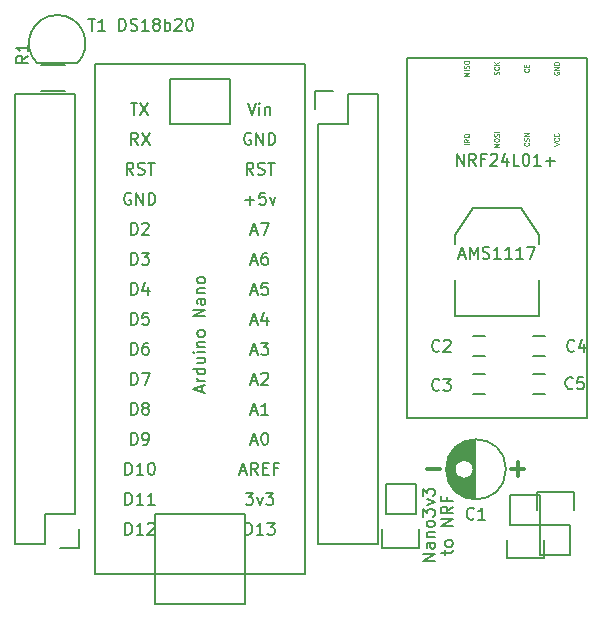
<source format=gto>
G04 #@! TF.FileFunction,Legend,Top*
%FSLAX46Y46*%
G04 Gerber Fmt 4.6, Leading zero omitted, Abs format (unit mm)*
G04 Created by KiCad (PCBNEW 4.0.2-stable) date 23-Jul-16 5:25:39 PM*
%MOMM*%
G01*
G04 APERTURE LIST*
%ADD10C,0.100000*%
%ADD11C,0.127000*%
%ADD12C,0.300000*%
%ADD13C,0.150000*%
G04 APERTURE END LIST*
D10*
D11*
X168467919Y-133452809D02*
X167451919Y-133452809D01*
X168467919Y-132872238D01*
X167451919Y-132872238D01*
X168467919Y-131953000D02*
X167935729Y-131953000D01*
X167838967Y-132001381D01*
X167790586Y-132098143D01*
X167790586Y-132291666D01*
X167838967Y-132388428D01*
X168419538Y-131953000D02*
X168467919Y-132049762D01*
X168467919Y-132291666D01*
X168419538Y-132388428D01*
X168322776Y-132436809D01*
X168226014Y-132436809D01*
X168129252Y-132388428D01*
X168080871Y-132291666D01*
X168080871Y-132049762D01*
X168032490Y-131953000D01*
X167790586Y-131469190D02*
X168467919Y-131469190D01*
X167887348Y-131469190D02*
X167838967Y-131420809D01*
X167790586Y-131324047D01*
X167790586Y-131178905D01*
X167838967Y-131082143D01*
X167935729Y-131033762D01*
X168467919Y-131033762D01*
X168467919Y-130404809D02*
X168419538Y-130501571D01*
X168371157Y-130549952D01*
X168274395Y-130598333D01*
X167984110Y-130598333D01*
X167887348Y-130549952D01*
X167838967Y-130501571D01*
X167790586Y-130404809D01*
X167790586Y-130259667D01*
X167838967Y-130162905D01*
X167887348Y-130114524D01*
X167984110Y-130066143D01*
X168274395Y-130066143D01*
X168371157Y-130114524D01*
X168419538Y-130162905D01*
X168467919Y-130259667D01*
X168467919Y-130404809D01*
X167451919Y-129727476D02*
X167451919Y-129098524D01*
X167838967Y-129437190D01*
X167838967Y-129292048D01*
X167887348Y-129195286D01*
X167935729Y-129146905D01*
X168032490Y-129098524D01*
X168274395Y-129098524D01*
X168371157Y-129146905D01*
X168419538Y-129195286D01*
X168467919Y-129292048D01*
X168467919Y-129582333D01*
X168419538Y-129679095D01*
X168371157Y-129727476D01*
X167790586Y-128759857D02*
X168467919Y-128517952D01*
X167790586Y-128276048D01*
X167451919Y-127985762D02*
X167451919Y-127356810D01*
X167838967Y-127695476D01*
X167838967Y-127550334D01*
X167887348Y-127453572D01*
X167935729Y-127405191D01*
X168032490Y-127356810D01*
X168274395Y-127356810D01*
X168371157Y-127405191D01*
X168419538Y-127453572D01*
X168467919Y-127550334D01*
X168467919Y-127840619D01*
X168419538Y-127937381D01*
X168371157Y-127985762D01*
X169339986Y-132944809D02*
X169339986Y-132557761D01*
X169001319Y-132799666D02*
X169872176Y-132799666D01*
X169968938Y-132751285D01*
X170017319Y-132654523D01*
X170017319Y-132557761D01*
X170017319Y-132073952D02*
X169968938Y-132170714D01*
X169920557Y-132219095D01*
X169823795Y-132267476D01*
X169533510Y-132267476D01*
X169436748Y-132219095D01*
X169388367Y-132170714D01*
X169339986Y-132073952D01*
X169339986Y-131928810D01*
X169388367Y-131832048D01*
X169436748Y-131783667D01*
X169533510Y-131735286D01*
X169823795Y-131735286D01*
X169920557Y-131783667D01*
X169968938Y-131832048D01*
X170017319Y-131928810D01*
X170017319Y-132073952D01*
X170017319Y-130525762D02*
X169001319Y-130525762D01*
X170017319Y-129945191D01*
X169001319Y-129945191D01*
X170017319Y-128880810D02*
X169533510Y-129219476D01*
X170017319Y-129461381D02*
X169001319Y-129461381D01*
X169001319Y-129074334D01*
X169049700Y-128977572D01*
X169098081Y-128929191D01*
X169194843Y-128880810D01*
X169339986Y-128880810D01*
X169436748Y-128929191D01*
X169485129Y-128977572D01*
X169533510Y-129074334D01*
X169533510Y-129461381D01*
X169485129Y-128106715D02*
X169485129Y-128445381D01*
X170017319Y-128445381D02*
X169001319Y-128445381D01*
X169001319Y-127961572D01*
D12*
X174942572Y-125710143D02*
X176085429Y-125710143D01*
X175514000Y-126281571D02*
X175514000Y-125138714D01*
X167830572Y-125710143D02*
X168973429Y-125710143D01*
D13*
X181356000Y-90932000D02*
X166116000Y-90932000D01*
X166116000Y-90932000D02*
X166116000Y-121412000D01*
X166116000Y-121412000D02*
X181356000Y-121412000D01*
X181356000Y-121412000D02*
X181356000Y-90932000D01*
X171899000Y-128229000D02*
X171899000Y-123231000D01*
X171759000Y-128221000D02*
X171759000Y-125884000D01*
X171759000Y-125576000D02*
X171759000Y-123239000D01*
X171619000Y-128205000D02*
X171619000Y-126203000D01*
X171619000Y-125257000D02*
X171619000Y-123255000D01*
X171479000Y-128181000D02*
X171479000Y-126350000D01*
X171479000Y-125110000D02*
X171479000Y-123279000D01*
X171339000Y-128148000D02*
X171339000Y-126442000D01*
X171339000Y-125018000D02*
X171339000Y-123312000D01*
X171199000Y-128107000D02*
X171199000Y-126498000D01*
X171199000Y-124962000D02*
X171199000Y-123353000D01*
X171059000Y-128057000D02*
X171059000Y-126525000D01*
X171059000Y-124935000D02*
X171059000Y-123403000D01*
X170919000Y-127996000D02*
X170919000Y-126528000D01*
X170919000Y-124932000D02*
X170919000Y-123464000D01*
X170779000Y-127926000D02*
X170779000Y-126506000D01*
X170779000Y-124954000D02*
X170779000Y-123534000D01*
X170639000Y-127844000D02*
X170639000Y-126456000D01*
X170639000Y-125004000D02*
X170639000Y-123616000D01*
X170499000Y-127749000D02*
X170499000Y-126374000D01*
X170499000Y-125086000D02*
X170499000Y-123711000D01*
X170359000Y-127638000D02*
X170359000Y-126242000D01*
X170359000Y-125218000D02*
X170359000Y-123822000D01*
X170219000Y-127510000D02*
X170219000Y-125995000D01*
X170219000Y-125465000D02*
X170219000Y-123950000D01*
X170079000Y-127361000D02*
X170079000Y-124099000D01*
X169939000Y-127182000D02*
X169939000Y-124278000D01*
X169799000Y-126963000D02*
X169799000Y-124497000D01*
X169659000Y-126674000D02*
X169659000Y-124786000D01*
X169519000Y-126202000D02*
X169519000Y-125258000D01*
X171774000Y-125730000D02*
G75*
G03X171774000Y-125730000I-800000J0D01*
G01*
X174511500Y-125730000D02*
G75*
G03X174511500Y-125730000I-2537500J0D01*
G01*
X171712000Y-116166000D02*
X172712000Y-116166000D01*
X172712000Y-114466000D02*
X171712000Y-114466000D01*
X171712000Y-119341000D02*
X172712000Y-119341000D01*
X172712000Y-117641000D02*
X171712000Y-117641000D01*
X176792000Y-116166000D02*
X177792000Y-116166000D01*
X177792000Y-114466000D02*
X176792000Y-114466000D01*
X176792000Y-119341000D02*
X177792000Y-119341000D01*
X177792000Y-117641000D02*
X176792000Y-117641000D01*
X170180000Y-109728000D02*
X170180000Y-112776000D01*
X170180000Y-112776000D02*
X177292000Y-112776000D01*
X177292000Y-112776000D02*
X177292000Y-109728000D01*
X170180000Y-106680000D02*
X170180000Y-105918000D01*
X170180000Y-105918000D02*
X171704000Y-103632000D01*
X171704000Y-103632000D02*
X175768000Y-103632000D01*
X175768000Y-103632000D02*
X177292000Y-105918000D01*
X177292000Y-105918000D02*
X177292000Y-106680000D01*
X132969000Y-93980000D02*
X132969000Y-132080000D01*
X138049000Y-129540000D02*
X138049000Y-93980000D01*
X132969000Y-93980000D02*
X138049000Y-93980000D01*
X132969000Y-132080000D02*
X135509000Y-132080000D01*
X136779000Y-132360000D02*
X138329000Y-132360000D01*
X135509000Y-132080000D02*
X135509000Y-129540000D01*
X135509000Y-129540000D02*
X138049000Y-129540000D01*
X138329000Y-132360000D02*
X138329000Y-130810000D01*
X163703000Y-132080000D02*
X163703000Y-93980000D01*
X158623000Y-96520000D02*
X158623000Y-132080000D01*
X163703000Y-132080000D02*
X158623000Y-132080000D01*
X163703000Y-93980000D02*
X161163000Y-93980000D01*
X159893000Y-93700000D02*
X158343000Y-93700000D01*
X161163000Y-93980000D02*
X161163000Y-96520000D01*
X161163000Y-96520000D02*
X158623000Y-96520000D01*
X158343000Y-93700000D02*
X158343000Y-95250000D01*
X174879000Y-130429000D02*
X174879000Y-127889000D01*
X174599000Y-133249000D02*
X174599000Y-131699000D01*
X174879000Y-130429000D02*
X177419000Y-130429000D01*
X177699000Y-131699000D02*
X177699000Y-133249000D01*
X177699000Y-133249000D02*
X174599000Y-133249000D01*
X177419000Y-130429000D02*
X177419000Y-127889000D01*
X177419000Y-127889000D02*
X174879000Y-127889000D01*
X179959000Y-130429000D02*
X179959000Y-132969000D01*
X180239000Y-127609000D02*
X180239000Y-129159000D01*
X179959000Y-130429000D02*
X177419000Y-130429000D01*
X177139000Y-129159000D02*
X177139000Y-127609000D01*
X177139000Y-127609000D02*
X180239000Y-127609000D01*
X177419000Y-130429000D02*
X177419000Y-132969000D01*
X177419000Y-132969000D02*
X179959000Y-132969000D01*
X135144000Y-91508000D02*
X137144000Y-91508000D01*
X137144000Y-93658000D02*
X135144000Y-93658000D01*
X134825000Y-91362000D02*
X138225000Y-91362000D01*
X134827944Y-91359056D02*
G75*
G02X136525000Y-87262000I1697056J1697056D01*
G01*
X138222056Y-91359056D02*
G75*
G03X136525000Y-87262000I-1697056J1697056D01*
G01*
X164338000Y-129540000D02*
X164338000Y-127000000D01*
X164058000Y-132360000D02*
X164058000Y-130810000D01*
X164338000Y-129540000D02*
X166878000Y-129540000D01*
X167158000Y-130810000D02*
X167158000Y-132360000D01*
X167158000Y-132360000D02*
X164058000Y-132360000D01*
X166878000Y-129540000D02*
X166878000Y-127000000D01*
X166878000Y-127000000D02*
X164338000Y-127000000D01*
X146050000Y-92710000D02*
X146050000Y-96520000D01*
X146050000Y-96520000D02*
X151130000Y-96520000D01*
X151130000Y-96520000D02*
X151130000Y-92710000D01*
X151130000Y-92710000D02*
X146050000Y-92710000D01*
X146050000Y-92710000D02*
X147320000Y-92710000D01*
X151130000Y-129540000D02*
X144780000Y-129540000D01*
X144780000Y-129540000D02*
X144780000Y-137160000D01*
X144780000Y-137160000D02*
X152400000Y-137160000D01*
X152400000Y-137160000D02*
X152400000Y-129540000D01*
X152400000Y-129540000D02*
X151130000Y-129540000D01*
X157480000Y-91440000D02*
X139700000Y-91440000D01*
X139700000Y-91440000D02*
X139700000Y-134620000D01*
X139700000Y-134620000D02*
X157480000Y-134620000D01*
X157480000Y-134620000D02*
X157480000Y-91440000D01*
X170355143Y-100020381D02*
X170355143Y-99020381D01*
X170926572Y-100020381D01*
X170926572Y-99020381D01*
X171974191Y-100020381D02*
X171640857Y-99544190D01*
X171402762Y-100020381D02*
X171402762Y-99020381D01*
X171783715Y-99020381D01*
X171878953Y-99068000D01*
X171926572Y-99115619D01*
X171974191Y-99210857D01*
X171974191Y-99353714D01*
X171926572Y-99448952D01*
X171878953Y-99496571D01*
X171783715Y-99544190D01*
X171402762Y-99544190D01*
X172736096Y-99496571D02*
X172402762Y-99496571D01*
X172402762Y-100020381D02*
X172402762Y-99020381D01*
X172878953Y-99020381D01*
X173212286Y-99115619D02*
X173259905Y-99068000D01*
X173355143Y-99020381D01*
X173593239Y-99020381D01*
X173688477Y-99068000D01*
X173736096Y-99115619D01*
X173783715Y-99210857D01*
X173783715Y-99306095D01*
X173736096Y-99448952D01*
X173164667Y-100020381D01*
X173783715Y-100020381D01*
X174640858Y-99353714D02*
X174640858Y-100020381D01*
X174402762Y-98972762D02*
X174164667Y-99687048D01*
X174783715Y-99687048D01*
X175640858Y-100020381D02*
X175164667Y-100020381D01*
X175164667Y-99020381D01*
X176164667Y-99020381D02*
X176259906Y-99020381D01*
X176355144Y-99068000D01*
X176402763Y-99115619D01*
X176450382Y-99210857D01*
X176498001Y-99401333D01*
X176498001Y-99639429D01*
X176450382Y-99829905D01*
X176402763Y-99925143D01*
X176355144Y-99972762D01*
X176259906Y-100020381D01*
X176164667Y-100020381D01*
X176069429Y-99972762D01*
X176021810Y-99925143D01*
X175974191Y-99829905D01*
X175926572Y-99639429D01*
X175926572Y-99401333D01*
X175974191Y-99210857D01*
X176021810Y-99115619D01*
X176069429Y-99068000D01*
X176164667Y-99020381D01*
X177450382Y-100020381D02*
X176878953Y-100020381D01*
X177164667Y-100020381D02*
X177164667Y-99020381D01*
X177069429Y-99163238D01*
X176974191Y-99258476D01*
X176878953Y-99306095D01*
X177878953Y-99639429D02*
X178640858Y-99639429D01*
X178259906Y-100020381D02*
X178259906Y-99258476D01*
D10*
X171376952Y-98199524D02*
X170976952Y-98199524D01*
X171376952Y-97780476D02*
X171186476Y-97913810D01*
X171376952Y-98009048D02*
X170976952Y-98009048D01*
X170976952Y-97856667D01*
X170996000Y-97818572D01*
X171015048Y-97799524D01*
X171053143Y-97780476D01*
X171110286Y-97780476D01*
X171148381Y-97799524D01*
X171167429Y-97818572D01*
X171186476Y-97856667D01*
X171186476Y-98009048D01*
X171415048Y-97342381D02*
X171396000Y-97380476D01*
X171357905Y-97418572D01*
X171300762Y-97475715D01*
X171281714Y-97513810D01*
X171281714Y-97551905D01*
X171376952Y-97532857D02*
X171357905Y-97570953D01*
X171319810Y-97609048D01*
X171243619Y-97628096D01*
X171110286Y-97628096D01*
X171034095Y-97609048D01*
X170996000Y-97570953D01*
X170976952Y-97532857D01*
X170976952Y-97456667D01*
X170996000Y-97418572D01*
X171034095Y-97380476D01*
X171110286Y-97361429D01*
X171243619Y-97361429D01*
X171319810Y-97380476D01*
X171357905Y-97418572D01*
X171376952Y-97456667D01*
X171376952Y-97532857D01*
X171376952Y-92402571D02*
X170976952Y-92402571D01*
X171262667Y-92269238D01*
X170976952Y-92135904D01*
X171376952Y-92135904D01*
X171376952Y-91945428D02*
X170976952Y-91945428D01*
X171357905Y-91774000D02*
X171376952Y-91716857D01*
X171376952Y-91621619D01*
X171357905Y-91583523D01*
X171338857Y-91564476D01*
X171300762Y-91545428D01*
X171262667Y-91545428D01*
X171224571Y-91564476D01*
X171205524Y-91583523D01*
X171186476Y-91621619D01*
X171167429Y-91697809D01*
X171148381Y-91735904D01*
X171129333Y-91754952D01*
X171091238Y-91774000D01*
X171053143Y-91774000D01*
X171015048Y-91754952D01*
X170996000Y-91735904D01*
X170976952Y-91697809D01*
X170976952Y-91602571D01*
X170996000Y-91545428D01*
X170976952Y-91297809D02*
X170976952Y-91221619D01*
X170996000Y-91183524D01*
X171034095Y-91145428D01*
X171110286Y-91126381D01*
X171243619Y-91126381D01*
X171319810Y-91145428D01*
X171357905Y-91183524D01*
X171376952Y-91221619D01*
X171376952Y-91297809D01*
X171357905Y-91335905D01*
X171319810Y-91374000D01*
X171243619Y-91393048D01*
X171110286Y-91393048D01*
X171034095Y-91374000D01*
X170996000Y-91335905D01*
X170976952Y-91297809D01*
X173916952Y-98418571D02*
X173516952Y-98418571D01*
X173802667Y-98285238D01*
X173516952Y-98151904D01*
X173916952Y-98151904D01*
X173516952Y-97885237D02*
X173516952Y-97809047D01*
X173536000Y-97770952D01*
X173574095Y-97732856D01*
X173650286Y-97713809D01*
X173783619Y-97713809D01*
X173859810Y-97732856D01*
X173897905Y-97770952D01*
X173916952Y-97809047D01*
X173916952Y-97885237D01*
X173897905Y-97923333D01*
X173859810Y-97961428D01*
X173783619Y-97980476D01*
X173650286Y-97980476D01*
X173574095Y-97961428D01*
X173536000Y-97923333D01*
X173516952Y-97885237D01*
X173897905Y-97561428D02*
X173916952Y-97504285D01*
X173916952Y-97409047D01*
X173897905Y-97370951D01*
X173878857Y-97351904D01*
X173840762Y-97332856D01*
X173802667Y-97332856D01*
X173764571Y-97351904D01*
X173745524Y-97370951D01*
X173726476Y-97409047D01*
X173707429Y-97485237D01*
X173688381Y-97523332D01*
X173669333Y-97542380D01*
X173631238Y-97561428D01*
X173593143Y-97561428D01*
X173555048Y-97542380D01*
X173536000Y-97523332D01*
X173516952Y-97485237D01*
X173516952Y-97389999D01*
X173536000Y-97332856D01*
X173916952Y-97161428D02*
X173516952Y-97161428D01*
X173897905Y-92288286D02*
X173916952Y-92231143D01*
X173916952Y-92135905D01*
X173897905Y-92097809D01*
X173878857Y-92078762D01*
X173840762Y-92059714D01*
X173802667Y-92059714D01*
X173764571Y-92078762D01*
X173745524Y-92097809D01*
X173726476Y-92135905D01*
X173707429Y-92212095D01*
X173688381Y-92250190D01*
X173669333Y-92269238D01*
X173631238Y-92288286D01*
X173593143Y-92288286D01*
X173555048Y-92269238D01*
X173536000Y-92250190D01*
X173516952Y-92212095D01*
X173516952Y-92116857D01*
X173536000Y-92059714D01*
X173878857Y-91659714D02*
X173897905Y-91678762D01*
X173916952Y-91735905D01*
X173916952Y-91774000D01*
X173897905Y-91831143D01*
X173859810Y-91869238D01*
X173821714Y-91888286D01*
X173745524Y-91907334D01*
X173688381Y-91907334D01*
X173612190Y-91888286D01*
X173574095Y-91869238D01*
X173536000Y-91831143D01*
X173516952Y-91774000D01*
X173516952Y-91735905D01*
X173536000Y-91678762D01*
X173555048Y-91659714D01*
X173916952Y-91488286D02*
X173516952Y-91488286D01*
X173916952Y-91259714D02*
X173688381Y-91431143D01*
X173516952Y-91259714D02*
X173745524Y-91488286D01*
X176418857Y-98066190D02*
X176437905Y-98085238D01*
X176456952Y-98142381D01*
X176456952Y-98180476D01*
X176437905Y-98237619D01*
X176399810Y-98275714D01*
X176361714Y-98294762D01*
X176285524Y-98313810D01*
X176228381Y-98313810D01*
X176152190Y-98294762D01*
X176114095Y-98275714D01*
X176076000Y-98237619D01*
X176056952Y-98180476D01*
X176056952Y-98142381D01*
X176076000Y-98085238D01*
X176095048Y-98066190D01*
X176437905Y-97913810D02*
X176456952Y-97856667D01*
X176456952Y-97761429D01*
X176437905Y-97723333D01*
X176418857Y-97704286D01*
X176380762Y-97685238D01*
X176342667Y-97685238D01*
X176304571Y-97704286D01*
X176285524Y-97723333D01*
X176266476Y-97761429D01*
X176247429Y-97837619D01*
X176228381Y-97875714D01*
X176209333Y-97894762D01*
X176171238Y-97913810D01*
X176133143Y-97913810D01*
X176095048Y-97894762D01*
X176076000Y-97875714D01*
X176056952Y-97837619D01*
X176056952Y-97742381D01*
X176076000Y-97685238D01*
X176456952Y-97513810D02*
X176056952Y-97513810D01*
X176456952Y-97285238D01*
X176056952Y-97285238D01*
X176418857Y-91831142D02*
X176437905Y-91850190D01*
X176456952Y-91907333D01*
X176456952Y-91945428D01*
X176437905Y-92002571D01*
X176399810Y-92040666D01*
X176361714Y-92059714D01*
X176285524Y-92078762D01*
X176228381Y-92078762D01*
X176152190Y-92059714D01*
X176114095Y-92040666D01*
X176076000Y-92002571D01*
X176056952Y-91945428D01*
X176056952Y-91907333D01*
X176076000Y-91850190D01*
X176095048Y-91831142D01*
X176247429Y-91659714D02*
X176247429Y-91526381D01*
X176456952Y-91469238D02*
X176456952Y-91659714D01*
X176056952Y-91659714D01*
X176056952Y-91469238D01*
X178596952Y-98323333D02*
X178996952Y-98189999D01*
X178596952Y-98056666D01*
X178958857Y-97694761D02*
X178977905Y-97713809D01*
X178996952Y-97770952D01*
X178996952Y-97809047D01*
X178977905Y-97866190D01*
X178939810Y-97904285D01*
X178901714Y-97923333D01*
X178825524Y-97942381D01*
X178768381Y-97942381D01*
X178692190Y-97923333D01*
X178654095Y-97904285D01*
X178616000Y-97866190D01*
X178596952Y-97809047D01*
X178596952Y-97770952D01*
X178616000Y-97713809D01*
X178635048Y-97694761D01*
X178958857Y-97294761D02*
X178977905Y-97313809D01*
X178996952Y-97370952D01*
X178996952Y-97409047D01*
X178977905Y-97466190D01*
X178939810Y-97504285D01*
X178901714Y-97523333D01*
X178825524Y-97542381D01*
X178768381Y-97542381D01*
X178692190Y-97523333D01*
X178654095Y-97504285D01*
X178616000Y-97466190D01*
X178596952Y-97409047D01*
X178596952Y-97370952D01*
X178616000Y-97313809D01*
X178635048Y-97294761D01*
X178616000Y-92078762D02*
X178596952Y-92116857D01*
X178596952Y-92174000D01*
X178616000Y-92231143D01*
X178654095Y-92269238D01*
X178692190Y-92288286D01*
X178768381Y-92307334D01*
X178825524Y-92307334D01*
X178901714Y-92288286D01*
X178939810Y-92269238D01*
X178977905Y-92231143D01*
X178996952Y-92174000D01*
X178996952Y-92135905D01*
X178977905Y-92078762D01*
X178958857Y-92059714D01*
X178825524Y-92059714D01*
X178825524Y-92135905D01*
X178996952Y-91888286D02*
X178596952Y-91888286D01*
X178996952Y-91659714D01*
X178596952Y-91659714D01*
X178996952Y-91469238D02*
X178596952Y-91469238D01*
X178596952Y-91374000D01*
X178616000Y-91316857D01*
X178654095Y-91278762D01*
X178692190Y-91259714D01*
X178768381Y-91240666D01*
X178825524Y-91240666D01*
X178901714Y-91259714D01*
X178939810Y-91278762D01*
X178977905Y-91316857D01*
X178996952Y-91374000D01*
X178996952Y-91469238D01*
D13*
X171807334Y-129887143D02*
X171759715Y-129934762D01*
X171616858Y-129982381D01*
X171521620Y-129982381D01*
X171378762Y-129934762D01*
X171283524Y-129839524D01*
X171235905Y-129744286D01*
X171188286Y-129553810D01*
X171188286Y-129410952D01*
X171235905Y-129220476D01*
X171283524Y-129125238D01*
X171378762Y-129030000D01*
X171521620Y-128982381D01*
X171616858Y-128982381D01*
X171759715Y-129030000D01*
X171807334Y-129077619D01*
X172759715Y-129982381D02*
X172188286Y-129982381D01*
X172474000Y-129982381D02*
X172474000Y-128982381D01*
X172378762Y-129125238D01*
X172283524Y-129220476D01*
X172188286Y-129268095D01*
X168870334Y-115673143D02*
X168822715Y-115720762D01*
X168679858Y-115768381D01*
X168584620Y-115768381D01*
X168441762Y-115720762D01*
X168346524Y-115625524D01*
X168298905Y-115530286D01*
X168251286Y-115339810D01*
X168251286Y-115196952D01*
X168298905Y-115006476D01*
X168346524Y-114911238D01*
X168441762Y-114816000D01*
X168584620Y-114768381D01*
X168679858Y-114768381D01*
X168822715Y-114816000D01*
X168870334Y-114863619D01*
X169251286Y-114863619D02*
X169298905Y-114816000D01*
X169394143Y-114768381D01*
X169632239Y-114768381D01*
X169727477Y-114816000D01*
X169775096Y-114863619D01*
X169822715Y-114958857D01*
X169822715Y-115054095D01*
X169775096Y-115196952D01*
X169203667Y-115768381D01*
X169822715Y-115768381D01*
X168870334Y-118975143D02*
X168822715Y-119022762D01*
X168679858Y-119070381D01*
X168584620Y-119070381D01*
X168441762Y-119022762D01*
X168346524Y-118927524D01*
X168298905Y-118832286D01*
X168251286Y-118641810D01*
X168251286Y-118498952D01*
X168298905Y-118308476D01*
X168346524Y-118213238D01*
X168441762Y-118118000D01*
X168584620Y-118070381D01*
X168679858Y-118070381D01*
X168822715Y-118118000D01*
X168870334Y-118165619D01*
X169203667Y-118070381D02*
X169822715Y-118070381D01*
X169489381Y-118451333D01*
X169632239Y-118451333D01*
X169727477Y-118498952D01*
X169775096Y-118546571D01*
X169822715Y-118641810D01*
X169822715Y-118879905D01*
X169775096Y-118975143D01*
X169727477Y-119022762D01*
X169632239Y-119070381D01*
X169346524Y-119070381D01*
X169251286Y-119022762D01*
X169203667Y-118975143D01*
X180300334Y-115673143D02*
X180252715Y-115720762D01*
X180109858Y-115768381D01*
X180014620Y-115768381D01*
X179871762Y-115720762D01*
X179776524Y-115625524D01*
X179728905Y-115530286D01*
X179681286Y-115339810D01*
X179681286Y-115196952D01*
X179728905Y-115006476D01*
X179776524Y-114911238D01*
X179871762Y-114816000D01*
X180014620Y-114768381D01*
X180109858Y-114768381D01*
X180252715Y-114816000D01*
X180300334Y-114863619D01*
X181157477Y-115101714D02*
X181157477Y-115768381D01*
X180919381Y-114720762D02*
X180681286Y-115435048D01*
X181300334Y-115435048D01*
X180173334Y-118848143D02*
X180125715Y-118895762D01*
X179982858Y-118943381D01*
X179887620Y-118943381D01*
X179744762Y-118895762D01*
X179649524Y-118800524D01*
X179601905Y-118705286D01*
X179554286Y-118514810D01*
X179554286Y-118371952D01*
X179601905Y-118181476D01*
X179649524Y-118086238D01*
X179744762Y-117991000D01*
X179887620Y-117943381D01*
X179982858Y-117943381D01*
X180125715Y-117991000D01*
X180173334Y-118038619D01*
X181078096Y-117943381D02*
X180601905Y-117943381D01*
X180554286Y-118419571D01*
X180601905Y-118371952D01*
X180697143Y-118324333D01*
X180935239Y-118324333D01*
X181030477Y-118371952D01*
X181078096Y-118419571D01*
X181125715Y-118514810D01*
X181125715Y-118752905D01*
X181078096Y-118848143D01*
X181030477Y-118895762D01*
X180935239Y-118943381D01*
X180697143Y-118943381D01*
X180601905Y-118895762D01*
X180554286Y-118848143D01*
X170545524Y-107608667D02*
X171021715Y-107608667D01*
X170450286Y-107894381D02*
X170783619Y-106894381D01*
X171116953Y-107894381D01*
X171450286Y-107894381D02*
X171450286Y-106894381D01*
X171783620Y-107608667D01*
X172116953Y-106894381D01*
X172116953Y-107894381D01*
X172545524Y-107846762D02*
X172688381Y-107894381D01*
X172926477Y-107894381D01*
X173021715Y-107846762D01*
X173069334Y-107799143D01*
X173116953Y-107703905D01*
X173116953Y-107608667D01*
X173069334Y-107513429D01*
X173021715Y-107465810D01*
X172926477Y-107418190D01*
X172736000Y-107370571D01*
X172640762Y-107322952D01*
X172593143Y-107275333D01*
X172545524Y-107180095D01*
X172545524Y-107084857D01*
X172593143Y-106989619D01*
X172640762Y-106942000D01*
X172736000Y-106894381D01*
X172974096Y-106894381D01*
X173116953Y-106942000D01*
X174069334Y-107894381D02*
X173497905Y-107894381D01*
X173783619Y-107894381D02*
X173783619Y-106894381D01*
X173688381Y-107037238D01*
X173593143Y-107132476D01*
X173497905Y-107180095D01*
X175021715Y-107894381D02*
X174450286Y-107894381D01*
X174736000Y-107894381D02*
X174736000Y-106894381D01*
X174640762Y-107037238D01*
X174545524Y-107132476D01*
X174450286Y-107180095D01*
X175974096Y-107894381D02*
X175402667Y-107894381D01*
X175688381Y-107894381D02*
X175688381Y-106894381D01*
X175593143Y-107037238D01*
X175497905Y-107132476D01*
X175402667Y-107180095D01*
X176307429Y-106894381D02*
X176974096Y-106894381D01*
X176545524Y-107894381D01*
X134056381Y-90717666D02*
X133580190Y-91051000D01*
X134056381Y-91289095D02*
X133056381Y-91289095D01*
X133056381Y-90908142D01*
X133104000Y-90812904D01*
X133151619Y-90765285D01*
X133246857Y-90717666D01*
X133389714Y-90717666D01*
X133484952Y-90765285D01*
X133532571Y-90812904D01*
X133580190Y-90908142D01*
X133580190Y-91289095D01*
X134056381Y-89765285D02*
X134056381Y-90336714D01*
X134056381Y-90051000D02*
X133056381Y-90051000D01*
X133199238Y-90146238D01*
X133294476Y-90241476D01*
X133342095Y-90336714D01*
X139160809Y-87590381D02*
X139732238Y-87590381D01*
X139446523Y-88590381D02*
X139446523Y-87590381D01*
X140589381Y-88590381D02*
X140017952Y-88590381D01*
X140303666Y-88590381D02*
X140303666Y-87590381D01*
X140208428Y-87733238D01*
X140113190Y-87828476D01*
X140017952Y-87876095D01*
X141779857Y-88590381D02*
X141779857Y-87590381D01*
X142017952Y-87590381D01*
X142160810Y-87638000D01*
X142256048Y-87733238D01*
X142303667Y-87828476D01*
X142351286Y-88018952D01*
X142351286Y-88161810D01*
X142303667Y-88352286D01*
X142256048Y-88447524D01*
X142160810Y-88542762D01*
X142017952Y-88590381D01*
X141779857Y-88590381D01*
X142732238Y-88542762D02*
X142875095Y-88590381D01*
X143113191Y-88590381D01*
X143208429Y-88542762D01*
X143256048Y-88495143D01*
X143303667Y-88399905D01*
X143303667Y-88304667D01*
X143256048Y-88209429D01*
X143208429Y-88161810D01*
X143113191Y-88114190D01*
X142922714Y-88066571D01*
X142827476Y-88018952D01*
X142779857Y-87971333D01*
X142732238Y-87876095D01*
X142732238Y-87780857D01*
X142779857Y-87685619D01*
X142827476Y-87638000D01*
X142922714Y-87590381D01*
X143160810Y-87590381D01*
X143303667Y-87638000D01*
X144256048Y-88590381D02*
X143684619Y-88590381D01*
X143970333Y-88590381D02*
X143970333Y-87590381D01*
X143875095Y-87733238D01*
X143779857Y-87828476D01*
X143684619Y-87876095D01*
X144827476Y-88018952D02*
X144732238Y-87971333D01*
X144684619Y-87923714D01*
X144637000Y-87828476D01*
X144637000Y-87780857D01*
X144684619Y-87685619D01*
X144732238Y-87638000D01*
X144827476Y-87590381D01*
X145017953Y-87590381D01*
X145113191Y-87638000D01*
X145160810Y-87685619D01*
X145208429Y-87780857D01*
X145208429Y-87828476D01*
X145160810Y-87923714D01*
X145113191Y-87971333D01*
X145017953Y-88018952D01*
X144827476Y-88018952D01*
X144732238Y-88066571D01*
X144684619Y-88114190D01*
X144637000Y-88209429D01*
X144637000Y-88399905D01*
X144684619Y-88495143D01*
X144732238Y-88542762D01*
X144827476Y-88590381D01*
X145017953Y-88590381D01*
X145113191Y-88542762D01*
X145160810Y-88495143D01*
X145208429Y-88399905D01*
X145208429Y-88209429D01*
X145160810Y-88114190D01*
X145113191Y-88066571D01*
X145017953Y-88018952D01*
X145637000Y-88590381D02*
X145637000Y-87590381D01*
X145637000Y-87971333D02*
X145732238Y-87923714D01*
X145922715Y-87923714D01*
X146017953Y-87971333D01*
X146065572Y-88018952D01*
X146113191Y-88114190D01*
X146113191Y-88399905D01*
X146065572Y-88495143D01*
X146017953Y-88542762D01*
X145922715Y-88590381D01*
X145732238Y-88590381D01*
X145637000Y-88542762D01*
X146494143Y-87685619D02*
X146541762Y-87638000D01*
X146637000Y-87590381D01*
X146875096Y-87590381D01*
X146970334Y-87638000D01*
X147017953Y-87685619D01*
X147065572Y-87780857D01*
X147065572Y-87876095D01*
X147017953Y-88018952D01*
X146446524Y-88590381D01*
X147065572Y-88590381D01*
X147684619Y-87590381D02*
X147779858Y-87590381D01*
X147875096Y-87638000D01*
X147922715Y-87685619D01*
X147970334Y-87780857D01*
X148017953Y-87971333D01*
X148017953Y-88209429D01*
X147970334Y-88399905D01*
X147922715Y-88495143D01*
X147875096Y-88542762D01*
X147779858Y-88590381D01*
X147684619Y-88590381D01*
X147589381Y-88542762D01*
X147541762Y-88495143D01*
X147494143Y-88399905D01*
X147446524Y-88209429D01*
X147446524Y-87971333D01*
X147494143Y-87780857D01*
X147541762Y-87685619D01*
X147589381Y-87638000D01*
X147684619Y-87590381D01*
X148756667Y-119157143D02*
X148756667Y-118680952D01*
X149042381Y-119252381D02*
X148042381Y-118919048D01*
X149042381Y-118585714D01*
X149042381Y-118252381D02*
X148375714Y-118252381D01*
X148566190Y-118252381D02*
X148470952Y-118204762D01*
X148423333Y-118157143D01*
X148375714Y-118061905D01*
X148375714Y-117966666D01*
X149042381Y-117204761D02*
X148042381Y-117204761D01*
X148994762Y-117204761D02*
X149042381Y-117299999D01*
X149042381Y-117490476D01*
X148994762Y-117585714D01*
X148947143Y-117633333D01*
X148851905Y-117680952D01*
X148566190Y-117680952D01*
X148470952Y-117633333D01*
X148423333Y-117585714D01*
X148375714Y-117490476D01*
X148375714Y-117299999D01*
X148423333Y-117204761D01*
X148375714Y-116299999D02*
X149042381Y-116299999D01*
X148375714Y-116728571D02*
X148899524Y-116728571D01*
X148994762Y-116680952D01*
X149042381Y-116585714D01*
X149042381Y-116442856D01*
X148994762Y-116347618D01*
X148947143Y-116299999D01*
X149042381Y-115823809D02*
X148375714Y-115823809D01*
X148042381Y-115823809D02*
X148090000Y-115871428D01*
X148137619Y-115823809D01*
X148090000Y-115776190D01*
X148042381Y-115823809D01*
X148137619Y-115823809D01*
X148375714Y-115347619D02*
X149042381Y-115347619D01*
X148470952Y-115347619D02*
X148423333Y-115300000D01*
X148375714Y-115204762D01*
X148375714Y-115061904D01*
X148423333Y-114966666D01*
X148518571Y-114919047D01*
X149042381Y-114919047D01*
X149042381Y-114300000D02*
X148994762Y-114395238D01*
X148947143Y-114442857D01*
X148851905Y-114490476D01*
X148566190Y-114490476D01*
X148470952Y-114442857D01*
X148423333Y-114395238D01*
X148375714Y-114300000D01*
X148375714Y-114157142D01*
X148423333Y-114061904D01*
X148470952Y-114014285D01*
X148566190Y-113966666D01*
X148851905Y-113966666D01*
X148947143Y-114014285D01*
X148994762Y-114061904D01*
X149042381Y-114157142D01*
X149042381Y-114300000D01*
X149042381Y-112776190D02*
X148042381Y-112776190D01*
X149042381Y-112204761D01*
X148042381Y-112204761D01*
X149042381Y-111299999D02*
X148518571Y-111299999D01*
X148423333Y-111347618D01*
X148375714Y-111442856D01*
X148375714Y-111633333D01*
X148423333Y-111728571D01*
X148994762Y-111299999D02*
X149042381Y-111395237D01*
X149042381Y-111633333D01*
X148994762Y-111728571D01*
X148899524Y-111776190D01*
X148804286Y-111776190D01*
X148709048Y-111728571D01*
X148661429Y-111633333D01*
X148661429Y-111395237D01*
X148613810Y-111299999D01*
X148375714Y-110823809D02*
X149042381Y-110823809D01*
X148470952Y-110823809D02*
X148423333Y-110776190D01*
X148375714Y-110680952D01*
X148375714Y-110538094D01*
X148423333Y-110442856D01*
X148518571Y-110395237D01*
X149042381Y-110395237D01*
X149042381Y-109776190D02*
X148994762Y-109871428D01*
X148947143Y-109919047D01*
X148851905Y-109966666D01*
X148566190Y-109966666D01*
X148470952Y-109919047D01*
X148423333Y-109871428D01*
X148375714Y-109776190D01*
X148375714Y-109633332D01*
X148423333Y-109538094D01*
X148470952Y-109490475D01*
X148566190Y-109442856D01*
X148851905Y-109442856D01*
X148947143Y-109490475D01*
X148994762Y-109538094D01*
X149042381Y-109633332D01*
X149042381Y-109776190D01*
X142748095Y-94702381D02*
X143319524Y-94702381D01*
X143033809Y-95702381D02*
X143033809Y-94702381D01*
X143557619Y-94702381D02*
X144224286Y-95702381D01*
X144224286Y-94702381D02*
X143557619Y-95702381D01*
X143343334Y-98242381D02*
X143010000Y-97766190D01*
X142771905Y-98242381D02*
X142771905Y-97242381D01*
X143152858Y-97242381D01*
X143248096Y-97290000D01*
X143295715Y-97337619D01*
X143343334Y-97432857D01*
X143343334Y-97575714D01*
X143295715Y-97670952D01*
X143248096Y-97718571D01*
X143152858Y-97766190D01*
X142771905Y-97766190D01*
X143676667Y-97242381D02*
X144343334Y-98242381D01*
X144343334Y-97242381D02*
X143676667Y-98242381D01*
X152646191Y-94702381D02*
X152979524Y-95702381D01*
X153312858Y-94702381D01*
X153646191Y-95702381D02*
X153646191Y-95035714D01*
X153646191Y-94702381D02*
X153598572Y-94750000D01*
X153646191Y-94797619D01*
X153693810Y-94750000D01*
X153646191Y-94702381D01*
X153646191Y-94797619D01*
X154122381Y-95035714D02*
X154122381Y-95702381D01*
X154122381Y-95130952D02*
X154170000Y-95083333D01*
X154265238Y-95035714D01*
X154408096Y-95035714D01*
X154503334Y-95083333D01*
X154550953Y-95178571D01*
X154550953Y-95702381D01*
X142962381Y-100782381D02*
X142629047Y-100306190D01*
X142390952Y-100782381D02*
X142390952Y-99782381D01*
X142771905Y-99782381D01*
X142867143Y-99830000D01*
X142914762Y-99877619D01*
X142962381Y-99972857D01*
X142962381Y-100115714D01*
X142914762Y-100210952D01*
X142867143Y-100258571D01*
X142771905Y-100306190D01*
X142390952Y-100306190D01*
X143343333Y-100734762D02*
X143486190Y-100782381D01*
X143724286Y-100782381D01*
X143819524Y-100734762D01*
X143867143Y-100687143D01*
X143914762Y-100591905D01*
X143914762Y-100496667D01*
X143867143Y-100401429D01*
X143819524Y-100353810D01*
X143724286Y-100306190D01*
X143533809Y-100258571D01*
X143438571Y-100210952D01*
X143390952Y-100163333D01*
X143343333Y-100068095D01*
X143343333Y-99972857D01*
X143390952Y-99877619D01*
X143438571Y-99830000D01*
X143533809Y-99782381D01*
X143771905Y-99782381D01*
X143914762Y-99830000D01*
X144200476Y-99782381D02*
X144771905Y-99782381D01*
X144486190Y-100782381D02*
X144486190Y-99782381D01*
X153122381Y-100782381D02*
X152789047Y-100306190D01*
X152550952Y-100782381D02*
X152550952Y-99782381D01*
X152931905Y-99782381D01*
X153027143Y-99830000D01*
X153074762Y-99877619D01*
X153122381Y-99972857D01*
X153122381Y-100115714D01*
X153074762Y-100210952D01*
X153027143Y-100258571D01*
X152931905Y-100306190D01*
X152550952Y-100306190D01*
X153503333Y-100734762D02*
X153646190Y-100782381D01*
X153884286Y-100782381D01*
X153979524Y-100734762D01*
X154027143Y-100687143D01*
X154074762Y-100591905D01*
X154074762Y-100496667D01*
X154027143Y-100401429D01*
X153979524Y-100353810D01*
X153884286Y-100306190D01*
X153693809Y-100258571D01*
X153598571Y-100210952D01*
X153550952Y-100163333D01*
X153503333Y-100068095D01*
X153503333Y-99972857D01*
X153550952Y-99877619D01*
X153598571Y-99830000D01*
X153693809Y-99782381D01*
X153931905Y-99782381D01*
X154074762Y-99830000D01*
X154360476Y-99782381D02*
X154931905Y-99782381D01*
X154646190Y-100782381D02*
X154646190Y-99782381D01*
X142748096Y-102370000D02*
X142652858Y-102322381D01*
X142510001Y-102322381D01*
X142367143Y-102370000D01*
X142271905Y-102465238D01*
X142224286Y-102560476D01*
X142176667Y-102750952D01*
X142176667Y-102893810D01*
X142224286Y-103084286D01*
X142271905Y-103179524D01*
X142367143Y-103274762D01*
X142510001Y-103322381D01*
X142605239Y-103322381D01*
X142748096Y-103274762D01*
X142795715Y-103227143D01*
X142795715Y-102893810D01*
X142605239Y-102893810D01*
X143224286Y-103322381D02*
X143224286Y-102322381D01*
X143795715Y-103322381D01*
X143795715Y-102322381D01*
X144271905Y-103322381D02*
X144271905Y-102322381D01*
X144510000Y-102322381D01*
X144652858Y-102370000D01*
X144748096Y-102465238D01*
X144795715Y-102560476D01*
X144843334Y-102750952D01*
X144843334Y-102893810D01*
X144795715Y-103084286D01*
X144748096Y-103179524D01*
X144652858Y-103274762D01*
X144510000Y-103322381D01*
X144271905Y-103322381D01*
X152431905Y-102941429D02*
X153193810Y-102941429D01*
X152812858Y-103322381D02*
X152812858Y-102560476D01*
X154146191Y-102322381D02*
X153670000Y-102322381D01*
X153622381Y-102798571D01*
X153670000Y-102750952D01*
X153765238Y-102703333D01*
X154003334Y-102703333D01*
X154098572Y-102750952D01*
X154146191Y-102798571D01*
X154193810Y-102893810D01*
X154193810Y-103131905D01*
X154146191Y-103227143D01*
X154098572Y-103274762D01*
X154003334Y-103322381D01*
X153765238Y-103322381D01*
X153670000Y-103274762D01*
X153622381Y-103227143D01*
X154527143Y-102655714D02*
X154765238Y-103322381D01*
X155003334Y-102655714D01*
X142771905Y-105862381D02*
X142771905Y-104862381D01*
X143010000Y-104862381D01*
X143152858Y-104910000D01*
X143248096Y-105005238D01*
X143295715Y-105100476D01*
X143343334Y-105290952D01*
X143343334Y-105433810D01*
X143295715Y-105624286D01*
X143248096Y-105719524D01*
X143152858Y-105814762D01*
X143010000Y-105862381D01*
X142771905Y-105862381D01*
X143724286Y-104957619D02*
X143771905Y-104910000D01*
X143867143Y-104862381D01*
X144105239Y-104862381D01*
X144200477Y-104910000D01*
X144248096Y-104957619D01*
X144295715Y-105052857D01*
X144295715Y-105148095D01*
X144248096Y-105290952D01*
X143676667Y-105862381D01*
X144295715Y-105862381D01*
X152955714Y-105576667D02*
X153431905Y-105576667D01*
X152860476Y-105862381D02*
X153193809Y-104862381D01*
X153527143Y-105862381D01*
X153765238Y-104862381D02*
X154431905Y-104862381D01*
X154003333Y-105862381D01*
X142771905Y-108402381D02*
X142771905Y-107402381D01*
X143010000Y-107402381D01*
X143152858Y-107450000D01*
X143248096Y-107545238D01*
X143295715Y-107640476D01*
X143343334Y-107830952D01*
X143343334Y-107973810D01*
X143295715Y-108164286D01*
X143248096Y-108259524D01*
X143152858Y-108354762D01*
X143010000Y-108402381D01*
X142771905Y-108402381D01*
X143676667Y-107402381D02*
X144295715Y-107402381D01*
X143962381Y-107783333D01*
X144105239Y-107783333D01*
X144200477Y-107830952D01*
X144248096Y-107878571D01*
X144295715Y-107973810D01*
X144295715Y-108211905D01*
X144248096Y-108307143D01*
X144200477Y-108354762D01*
X144105239Y-108402381D01*
X143819524Y-108402381D01*
X143724286Y-108354762D01*
X143676667Y-108307143D01*
X152955714Y-108116667D02*
X153431905Y-108116667D01*
X152860476Y-108402381D02*
X153193809Y-107402381D01*
X153527143Y-108402381D01*
X154289048Y-107402381D02*
X154098571Y-107402381D01*
X154003333Y-107450000D01*
X153955714Y-107497619D01*
X153860476Y-107640476D01*
X153812857Y-107830952D01*
X153812857Y-108211905D01*
X153860476Y-108307143D01*
X153908095Y-108354762D01*
X154003333Y-108402381D01*
X154193810Y-108402381D01*
X154289048Y-108354762D01*
X154336667Y-108307143D01*
X154384286Y-108211905D01*
X154384286Y-107973810D01*
X154336667Y-107878571D01*
X154289048Y-107830952D01*
X154193810Y-107783333D01*
X154003333Y-107783333D01*
X153908095Y-107830952D01*
X153860476Y-107878571D01*
X153812857Y-107973810D01*
X142771905Y-110942381D02*
X142771905Y-109942381D01*
X143010000Y-109942381D01*
X143152858Y-109990000D01*
X143248096Y-110085238D01*
X143295715Y-110180476D01*
X143343334Y-110370952D01*
X143343334Y-110513810D01*
X143295715Y-110704286D01*
X143248096Y-110799524D01*
X143152858Y-110894762D01*
X143010000Y-110942381D01*
X142771905Y-110942381D01*
X144200477Y-110275714D02*
X144200477Y-110942381D01*
X143962381Y-109894762D02*
X143724286Y-110609048D01*
X144343334Y-110609048D01*
X152955714Y-110656667D02*
X153431905Y-110656667D01*
X152860476Y-110942381D02*
X153193809Y-109942381D01*
X153527143Y-110942381D01*
X154336667Y-109942381D02*
X153860476Y-109942381D01*
X153812857Y-110418571D01*
X153860476Y-110370952D01*
X153955714Y-110323333D01*
X154193810Y-110323333D01*
X154289048Y-110370952D01*
X154336667Y-110418571D01*
X154384286Y-110513810D01*
X154384286Y-110751905D01*
X154336667Y-110847143D01*
X154289048Y-110894762D01*
X154193810Y-110942381D01*
X153955714Y-110942381D01*
X153860476Y-110894762D01*
X153812857Y-110847143D01*
X142771905Y-113482381D02*
X142771905Y-112482381D01*
X143010000Y-112482381D01*
X143152858Y-112530000D01*
X143248096Y-112625238D01*
X143295715Y-112720476D01*
X143343334Y-112910952D01*
X143343334Y-113053810D01*
X143295715Y-113244286D01*
X143248096Y-113339524D01*
X143152858Y-113434762D01*
X143010000Y-113482381D01*
X142771905Y-113482381D01*
X144248096Y-112482381D02*
X143771905Y-112482381D01*
X143724286Y-112958571D01*
X143771905Y-112910952D01*
X143867143Y-112863333D01*
X144105239Y-112863333D01*
X144200477Y-112910952D01*
X144248096Y-112958571D01*
X144295715Y-113053810D01*
X144295715Y-113291905D01*
X144248096Y-113387143D01*
X144200477Y-113434762D01*
X144105239Y-113482381D01*
X143867143Y-113482381D01*
X143771905Y-113434762D01*
X143724286Y-113387143D01*
X152955714Y-113196667D02*
X153431905Y-113196667D01*
X152860476Y-113482381D02*
X153193809Y-112482381D01*
X153527143Y-113482381D01*
X154289048Y-112815714D02*
X154289048Y-113482381D01*
X154050952Y-112434762D02*
X153812857Y-113149048D01*
X154431905Y-113149048D01*
X142771905Y-116022381D02*
X142771905Y-115022381D01*
X143010000Y-115022381D01*
X143152858Y-115070000D01*
X143248096Y-115165238D01*
X143295715Y-115260476D01*
X143343334Y-115450952D01*
X143343334Y-115593810D01*
X143295715Y-115784286D01*
X143248096Y-115879524D01*
X143152858Y-115974762D01*
X143010000Y-116022381D01*
X142771905Y-116022381D01*
X144200477Y-115022381D02*
X144010000Y-115022381D01*
X143914762Y-115070000D01*
X143867143Y-115117619D01*
X143771905Y-115260476D01*
X143724286Y-115450952D01*
X143724286Y-115831905D01*
X143771905Y-115927143D01*
X143819524Y-115974762D01*
X143914762Y-116022381D01*
X144105239Y-116022381D01*
X144200477Y-115974762D01*
X144248096Y-115927143D01*
X144295715Y-115831905D01*
X144295715Y-115593810D01*
X144248096Y-115498571D01*
X144200477Y-115450952D01*
X144105239Y-115403333D01*
X143914762Y-115403333D01*
X143819524Y-115450952D01*
X143771905Y-115498571D01*
X143724286Y-115593810D01*
X152955714Y-115736667D02*
X153431905Y-115736667D01*
X152860476Y-116022381D02*
X153193809Y-115022381D01*
X153527143Y-116022381D01*
X153765238Y-115022381D02*
X154384286Y-115022381D01*
X154050952Y-115403333D01*
X154193810Y-115403333D01*
X154289048Y-115450952D01*
X154336667Y-115498571D01*
X154384286Y-115593810D01*
X154384286Y-115831905D01*
X154336667Y-115927143D01*
X154289048Y-115974762D01*
X154193810Y-116022381D01*
X153908095Y-116022381D01*
X153812857Y-115974762D01*
X153765238Y-115927143D01*
X142771905Y-118562381D02*
X142771905Y-117562381D01*
X143010000Y-117562381D01*
X143152858Y-117610000D01*
X143248096Y-117705238D01*
X143295715Y-117800476D01*
X143343334Y-117990952D01*
X143343334Y-118133810D01*
X143295715Y-118324286D01*
X143248096Y-118419524D01*
X143152858Y-118514762D01*
X143010000Y-118562381D01*
X142771905Y-118562381D01*
X143676667Y-117562381D02*
X144343334Y-117562381D01*
X143914762Y-118562381D01*
X152955714Y-118276667D02*
X153431905Y-118276667D01*
X152860476Y-118562381D02*
X153193809Y-117562381D01*
X153527143Y-118562381D01*
X153812857Y-117657619D02*
X153860476Y-117610000D01*
X153955714Y-117562381D01*
X154193810Y-117562381D01*
X154289048Y-117610000D01*
X154336667Y-117657619D01*
X154384286Y-117752857D01*
X154384286Y-117848095D01*
X154336667Y-117990952D01*
X153765238Y-118562381D01*
X154384286Y-118562381D01*
X142771905Y-121102381D02*
X142771905Y-120102381D01*
X143010000Y-120102381D01*
X143152858Y-120150000D01*
X143248096Y-120245238D01*
X143295715Y-120340476D01*
X143343334Y-120530952D01*
X143343334Y-120673810D01*
X143295715Y-120864286D01*
X143248096Y-120959524D01*
X143152858Y-121054762D01*
X143010000Y-121102381D01*
X142771905Y-121102381D01*
X143914762Y-120530952D02*
X143819524Y-120483333D01*
X143771905Y-120435714D01*
X143724286Y-120340476D01*
X143724286Y-120292857D01*
X143771905Y-120197619D01*
X143819524Y-120150000D01*
X143914762Y-120102381D01*
X144105239Y-120102381D01*
X144200477Y-120150000D01*
X144248096Y-120197619D01*
X144295715Y-120292857D01*
X144295715Y-120340476D01*
X144248096Y-120435714D01*
X144200477Y-120483333D01*
X144105239Y-120530952D01*
X143914762Y-120530952D01*
X143819524Y-120578571D01*
X143771905Y-120626190D01*
X143724286Y-120721429D01*
X143724286Y-120911905D01*
X143771905Y-121007143D01*
X143819524Y-121054762D01*
X143914762Y-121102381D01*
X144105239Y-121102381D01*
X144200477Y-121054762D01*
X144248096Y-121007143D01*
X144295715Y-120911905D01*
X144295715Y-120721429D01*
X144248096Y-120626190D01*
X144200477Y-120578571D01*
X144105239Y-120530952D01*
X152955714Y-120816667D02*
X153431905Y-120816667D01*
X152860476Y-121102381D02*
X153193809Y-120102381D01*
X153527143Y-121102381D01*
X154384286Y-121102381D02*
X153812857Y-121102381D01*
X154098571Y-121102381D02*
X154098571Y-120102381D01*
X154003333Y-120245238D01*
X153908095Y-120340476D01*
X153812857Y-120388095D01*
X142771905Y-123642381D02*
X142771905Y-122642381D01*
X143010000Y-122642381D01*
X143152858Y-122690000D01*
X143248096Y-122785238D01*
X143295715Y-122880476D01*
X143343334Y-123070952D01*
X143343334Y-123213810D01*
X143295715Y-123404286D01*
X143248096Y-123499524D01*
X143152858Y-123594762D01*
X143010000Y-123642381D01*
X142771905Y-123642381D01*
X143819524Y-123642381D02*
X144010000Y-123642381D01*
X144105239Y-123594762D01*
X144152858Y-123547143D01*
X144248096Y-123404286D01*
X144295715Y-123213810D01*
X144295715Y-122832857D01*
X144248096Y-122737619D01*
X144200477Y-122690000D01*
X144105239Y-122642381D01*
X143914762Y-122642381D01*
X143819524Y-122690000D01*
X143771905Y-122737619D01*
X143724286Y-122832857D01*
X143724286Y-123070952D01*
X143771905Y-123166190D01*
X143819524Y-123213810D01*
X143914762Y-123261429D01*
X144105239Y-123261429D01*
X144200477Y-123213810D01*
X144248096Y-123166190D01*
X144295715Y-123070952D01*
X152955714Y-123356667D02*
X153431905Y-123356667D01*
X152860476Y-123642381D02*
X153193809Y-122642381D01*
X153527143Y-123642381D01*
X154050952Y-122642381D02*
X154146191Y-122642381D01*
X154241429Y-122690000D01*
X154289048Y-122737619D01*
X154336667Y-122832857D01*
X154384286Y-123023333D01*
X154384286Y-123261429D01*
X154336667Y-123451905D01*
X154289048Y-123547143D01*
X154241429Y-123594762D01*
X154146191Y-123642381D01*
X154050952Y-123642381D01*
X153955714Y-123594762D01*
X153908095Y-123547143D01*
X153860476Y-123451905D01*
X153812857Y-123261429D01*
X153812857Y-123023333D01*
X153860476Y-122832857D01*
X153908095Y-122737619D01*
X153955714Y-122690000D01*
X154050952Y-122642381D01*
X142295714Y-126182381D02*
X142295714Y-125182381D01*
X142533809Y-125182381D01*
X142676667Y-125230000D01*
X142771905Y-125325238D01*
X142819524Y-125420476D01*
X142867143Y-125610952D01*
X142867143Y-125753810D01*
X142819524Y-125944286D01*
X142771905Y-126039524D01*
X142676667Y-126134762D01*
X142533809Y-126182381D01*
X142295714Y-126182381D01*
X143819524Y-126182381D02*
X143248095Y-126182381D01*
X143533809Y-126182381D02*
X143533809Y-125182381D01*
X143438571Y-125325238D01*
X143343333Y-125420476D01*
X143248095Y-125468095D01*
X144438571Y-125182381D02*
X144533810Y-125182381D01*
X144629048Y-125230000D01*
X144676667Y-125277619D01*
X144724286Y-125372857D01*
X144771905Y-125563333D01*
X144771905Y-125801429D01*
X144724286Y-125991905D01*
X144676667Y-126087143D01*
X144629048Y-126134762D01*
X144533810Y-126182381D01*
X144438571Y-126182381D01*
X144343333Y-126134762D01*
X144295714Y-126087143D01*
X144248095Y-125991905D01*
X144200476Y-125801429D01*
X144200476Y-125563333D01*
X144248095Y-125372857D01*
X144295714Y-125277619D01*
X144343333Y-125230000D01*
X144438571Y-125182381D01*
X152908096Y-97290000D02*
X152812858Y-97242381D01*
X152670001Y-97242381D01*
X152527143Y-97290000D01*
X152431905Y-97385238D01*
X152384286Y-97480476D01*
X152336667Y-97670952D01*
X152336667Y-97813810D01*
X152384286Y-98004286D01*
X152431905Y-98099524D01*
X152527143Y-98194762D01*
X152670001Y-98242381D01*
X152765239Y-98242381D01*
X152908096Y-98194762D01*
X152955715Y-98147143D01*
X152955715Y-97813810D01*
X152765239Y-97813810D01*
X153384286Y-98242381D02*
X153384286Y-97242381D01*
X153955715Y-98242381D01*
X153955715Y-97242381D01*
X154431905Y-98242381D02*
X154431905Y-97242381D01*
X154670000Y-97242381D01*
X154812858Y-97290000D01*
X154908096Y-97385238D01*
X154955715Y-97480476D01*
X155003334Y-97670952D01*
X155003334Y-97813810D01*
X154955715Y-98004286D01*
X154908096Y-98099524D01*
X154812858Y-98194762D01*
X154670000Y-98242381D01*
X154431905Y-98242381D01*
X142295714Y-128722381D02*
X142295714Y-127722381D01*
X142533809Y-127722381D01*
X142676667Y-127770000D01*
X142771905Y-127865238D01*
X142819524Y-127960476D01*
X142867143Y-128150952D01*
X142867143Y-128293810D01*
X142819524Y-128484286D01*
X142771905Y-128579524D01*
X142676667Y-128674762D01*
X142533809Y-128722381D01*
X142295714Y-128722381D01*
X143819524Y-128722381D02*
X143248095Y-128722381D01*
X143533809Y-128722381D02*
X143533809Y-127722381D01*
X143438571Y-127865238D01*
X143343333Y-127960476D01*
X143248095Y-128008095D01*
X144771905Y-128722381D02*
X144200476Y-128722381D01*
X144486190Y-128722381D02*
X144486190Y-127722381D01*
X144390952Y-127865238D01*
X144295714Y-127960476D01*
X144200476Y-128008095D01*
X152050952Y-125896667D02*
X152527143Y-125896667D01*
X151955714Y-126182381D02*
X152289047Y-125182381D01*
X152622381Y-126182381D01*
X153527143Y-126182381D02*
X153193809Y-125706190D01*
X152955714Y-126182381D02*
X152955714Y-125182381D01*
X153336667Y-125182381D01*
X153431905Y-125230000D01*
X153479524Y-125277619D01*
X153527143Y-125372857D01*
X153527143Y-125515714D01*
X153479524Y-125610952D01*
X153431905Y-125658571D01*
X153336667Y-125706190D01*
X152955714Y-125706190D01*
X153955714Y-125658571D02*
X154289048Y-125658571D01*
X154431905Y-126182381D02*
X153955714Y-126182381D01*
X153955714Y-125182381D01*
X154431905Y-125182381D01*
X155193810Y-125658571D02*
X154860476Y-125658571D01*
X154860476Y-126182381D02*
X154860476Y-125182381D01*
X155336667Y-125182381D01*
X142295714Y-131262381D02*
X142295714Y-130262381D01*
X142533809Y-130262381D01*
X142676667Y-130310000D01*
X142771905Y-130405238D01*
X142819524Y-130500476D01*
X142867143Y-130690952D01*
X142867143Y-130833810D01*
X142819524Y-131024286D01*
X142771905Y-131119524D01*
X142676667Y-131214762D01*
X142533809Y-131262381D01*
X142295714Y-131262381D01*
X143819524Y-131262381D02*
X143248095Y-131262381D01*
X143533809Y-131262381D02*
X143533809Y-130262381D01*
X143438571Y-130405238D01*
X143343333Y-130500476D01*
X143248095Y-130548095D01*
X144200476Y-130357619D02*
X144248095Y-130310000D01*
X144343333Y-130262381D01*
X144581429Y-130262381D01*
X144676667Y-130310000D01*
X144724286Y-130357619D01*
X144771905Y-130452857D01*
X144771905Y-130548095D01*
X144724286Y-130690952D01*
X144152857Y-131262381D01*
X144771905Y-131262381D01*
X152479524Y-127722381D02*
X153098572Y-127722381D01*
X152765238Y-128103333D01*
X152908096Y-128103333D01*
X153003334Y-128150952D01*
X153050953Y-128198571D01*
X153098572Y-128293810D01*
X153098572Y-128531905D01*
X153050953Y-128627143D01*
X153003334Y-128674762D01*
X152908096Y-128722381D01*
X152622381Y-128722381D01*
X152527143Y-128674762D01*
X152479524Y-128627143D01*
X153431905Y-128055714D02*
X153670000Y-128722381D01*
X153908096Y-128055714D01*
X154193810Y-127722381D02*
X154812858Y-127722381D01*
X154479524Y-128103333D01*
X154622382Y-128103333D01*
X154717620Y-128150952D01*
X154765239Y-128198571D01*
X154812858Y-128293810D01*
X154812858Y-128531905D01*
X154765239Y-128627143D01*
X154717620Y-128674762D01*
X154622382Y-128722381D01*
X154336667Y-128722381D01*
X154241429Y-128674762D01*
X154193810Y-128627143D01*
X152455714Y-131262381D02*
X152455714Y-130262381D01*
X152693809Y-130262381D01*
X152836667Y-130310000D01*
X152931905Y-130405238D01*
X152979524Y-130500476D01*
X153027143Y-130690952D01*
X153027143Y-130833810D01*
X152979524Y-131024286D01*
X152931905Y-131119524D01*
X152836667Y-131214762D01*
X152693809Y-131262381D01*
X152455714Y-131262381D01*
X153979524Y-131262381D02*
X153408095Y-131262381D01*
X153693809Y-131262381D02*
X153693809Y-130262381D01*
X153598571Y-130405238D01*
X153503333Y-130500476D01*
X153408095Y-130548095D01*
X154312857Y-130262381D02*
X154931905Y-130262381D01*
X154598571Y-130643333D01*
X154741429Y-130643333D01*
X154836667Y-130690952D01*
X154884286Y-130738571D01*
X154931905Y-130833810D01*
X154931905Y-131071905D01*
X154884286Y-131167143D01*
X154836667Y-131214762D01*
X154741429Y-131262381D01*
X154455714Y-131262381D01*
X154360476Y-131214762D01*
X154312857Y-131167143D01*
M02*

</source>
